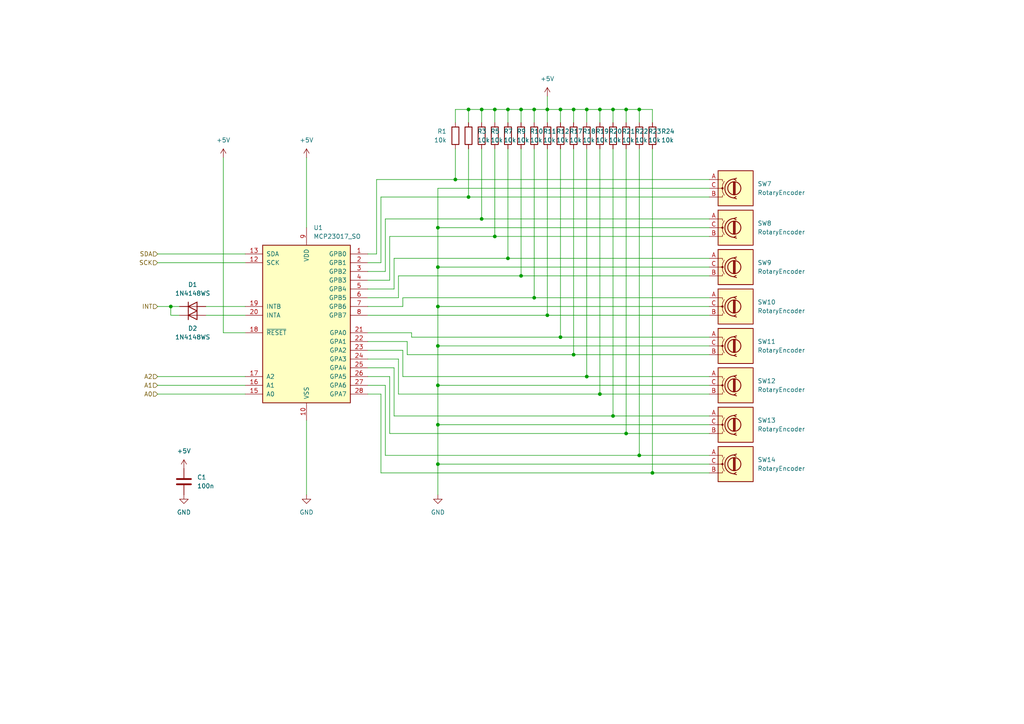
<source format=kicad_sch>
(kicad_sch (version 20230121) (generator eeschema)
  (paper "A4")
  (title_block (title "Polykit X8 Control Board") (date "2023-07-24") (rev "v0.0.1") (company "Jan Knipper") (comment 1 "github.com/polykit"))
  (lib_symbols
    (symbol "Device:C" (pin_numbers hide) (pin_names (offset 0.254))
      (property "Reference" "C" (at 0.635 2.54 0))
      (property "Value" "C" (at 0.635 -2.54 0))
      (symbol "C_0_1"
        (polyline (pts (xy -2.032 -0.762) (xy 2.032 -0.762)) (stroke (width 0.508)))
        (polyline (pts (xy -2.032 0.762) (xy 2.032 0.762)) (stroke (width 0.508)))
      )
      (symbol "C_1_1"
        (pin passive line (at 0 3.81 270) (length 2.794) (name "~") (number "1"))
        (pin passive line (at 0 -3.81 90) (length 2.794) (name "~") (number "2"))
      )
    )
    (symbol "Device:R" (pin_numbers hide) (pin_names (offset 0))
      (property "Reference" "R" (at 2.032 0 90))
      (property "Value" "R" (at 0 0 90))
      (symbol "R_0_1"
        (rectangle (start -1.016 -2.54) (end 1.016 2.54) (stroke (width 0.254)))
      )
      (symbol "R_1_1"
        (pin passive line (at 0 3.81 270) (length 1.27) (name "~") (number "1"))
        (pin passive line (at 0 -3.81 90) (length 1.27) (name "~") (number "2"))
      )
    )
    (symbol "Device:RotaryEncoder" (pin_names (offset 0.254) hide)
      (property "Reference" "SW" (at 0 6.604 0))
      (property "Value" "RotaryEncoder" (at 0 -6.604 0))
      (symbol "RotaryEncoder_0_1"
        (rectangle (start -5.08 5.08) (end 5.08 -5.08) (stroke (width 0.254)) (fill (type background)))
        (circle (center -3.81 0) (radius 0.254) (fill (type outline)))
        (circle (center -0.381 0) (radius 1.905) (stroke (width 0.254)))
        (arc (start -0.381 2.667) (mid -3.0988 -0.0635) (end -0.381 -2.794) (stroke (width 0.254)))
        (polyline (pts (xy -0.635 -1.778) (xy -0.635 1.778)) (stroke (width 0.254)))
        (polyline (pts (xy -0.381 -1.778) (xy -0.381 1.778)) (stroke (width 0.254)))
        (polyline (pts (xy -0.127 1.778) (xy -0.127 -1.778)) (stroke (width 0.254)))
        (polyline (pts (xy -5.08 -2.54) (xy -3.81 -2.54) (xy -3.81 -2.032)))
        (polyline (pts (xy -5.08 2.54) (xy -3.81 2.54) (xy -3.81 2.032)))
        (polyline (pts (xy 0.254 -3.048) (xy -0.508 -2.794) (xy 0.127 -2.413)) (stroke (width 0.254)))
        (polyline (pts (xy 0.254 2.921) (xy -0.508 2.667) (xy 0.127 2.286)) (stroke (width 0.254)))
        (polyline (pts (xy -5.08 0) (xy -3.81 0) (xy -3.81 -1.016) (xy -3.302 -2.032)))
        (polyline (pts (xy -4.318 0) (xy -3.81 0) (xy -3.81 1.016) (xy -3.302 2.032)))
      )
      (symbol "RotaryEncoder_1_1"
        (pin passive line (at -7.62 2.54 0) (length 2.54) (name "A") (number "A"))
        (pin passive line (at -7.62 -2.54 0) (length 2.54) (name "B") (number "B"))
        (pin passive line (at -7.62 0 0) (length 2.54) (name "C") (number "C"))
      )
    )
    (symbol "Diode:1N4148WS" (pin_numbers hide) (pin_names hide)
      (property "Reference" "D" (at 0 2.54 0))
      (property "Value" "1N4148WS" (at 0 -2.54 0))
      (symbol "1N4148WS_0_1"
        (polyline (pts (xy -1.27 1.27) (xy -1.27 -1.27)) (stroke (width 0.254)))
        (polyline (pts (xy 1.27 0) (xy -1.27 0)))
        (polyline (pts (xy 1.27 1.27) (xy 1.27 -1.27) (xy -1.27 0) (xy 1.27 1.27)) (stroke (width 0.254)))
      )
      (symbol "1N4148WS_1_1"
        (pin passive line (at -3.81 0 0) (length 2.54) (name "K") (number "1"))
        (pin passive line (at 3.81 0 180) (length 2.54) (name "A") (number "2"))
      )
    )
    (symbol "Interface_Expansion:MCP23017_SO" (pin_names (offset 1.016))
      (property "Reference" "U" (at -11.43 24.13 0))
      (property "Value" "MCP23017_SO" (at 0 0 0))
      (symbol "MCP23017_SO_0_1"
        (rectangle (start -12.7 22.86) (end 12.7 -22.86) (stroke (width 0.254)) (fill (type background)))
      )
      (symbol "MCP23017_SO_1_1"
        (pin bidirectional line (at 17.78 20.32 180) (length 5.08) (name "GPB0") (number "1"))
        (pin power_in line (at 0 -27.94 90) (length 5.08) (name "VSS") (number "10"))
        (pin no_connect line (at -12.7 15.24 0) (length 5.08) hide (name "NC") (number "11"))
        (pin input line (at -17.78 17.78 0) (length 5.08) (name "SCK") (number "12"))
        (pin bidirectional line (at -17.78 20.32 0) (length 5.08) (name "SDA") (number "13"))
        (pin no_connect line (at -12.7 12.7 0) (length 5.08) hide (name "NC") (number "14"))
        (pin input line (at -17.78 -20.32 0) (length 5.08) (name "A0") (number "15"))
        (pin input line (at -17.78 -17.78 0) (length 5.08) (name "A1") (number "16"))
        (pin input line (at -17.78 -15.24 0) (length 5.08) (name "A2") (number "17"))
        (pin input line (at -17.78 -2.54 0) (length 5.08) (name "~{RESET}") (number "18"))
        (pin tri_state line (at -17.78 5.08 0) (length 5.08) (name "INTB") (number "19"))
        (pin bidirectional line (at 17.78 17.78 180) (length 5.08) (name "GPB1") (number "2"))
        (pin tri_state line (at -17.78 2.54 0) (length 5.08) (name "INTA") (number "20"))
        (pin bidirectional line (at 17.78 -2.54 180) (length 5.08) (name "GPA0") (number "21"))
        (pin bidirectional line (at 17.78 -5.08 180) (length 5.08) (name "GPA1") (number "22"))
        (pin bidirectional line (at 17.78 -7.62 180) (length 5.08) (name "GPA2") (number "23"))
        (pin bidirectional line (at 17.78 -10.16 180) (length 5.08) (name "GPA3") (number "24"))
        (pin bidirectional line (at 17.78 -12.7 180) (length 5.08) (name "GPA4") (number "25"))
        (pin bidirectional line (at 17.78 -15.24 180) (length 5.08) (name "GPA5") (number "26"))
        (pin bidirectional line (at 17.78 -17.78 180) (length 5.08) (name "GPA6") (number "27"))
        (pin bidirectional line (at 17.78 -20.32 180) (length 5.08) (name "GPA7") (number "28"))
        (pin bidirectional line (at 17.78 15.24 180) (length 5.08) (name "GPB2") (number "3"))
        (pin bidirectional line (at 17.78 12.7 180) (length 5.08) (name "GPB3") (number "4"))
        (pin bidirectional line (at 17.78 10.16 180) (length 5.08) (name "GPB4") (number "5"))
        (pin bidirectional line (at 17.78 7.62 180) (length 5.08) (name "GPB5") (number "6"))
        (pin bidirectional line (at 17.78 5.08 180) (length 5.08) (name "GPB6") (number "7"))
        (pin bidirectional line (at 17.78 2.54 180) (length 5.08) (name "GPB7") (number "8"))
        (pin power_in line (at 0 27.94 270) (length 5.08) (name "VDD") (number "9"))
      )
    )
    (symbol "power:+5V" (power) (pin_names (offset 0))
      (property "Value" "+5V" (at 0 3.556 0))
      (symbol "+5V_0_1"
        (polyline (pts (xy -0.762 1.27) (xy 0 2.54)))
        (polyline (pts (xy 0 0) (xy 0 2.54)))
        (polyline (pts (xy 0 2.54) (xy 0.762 1.27)))
      )
      (symbol "+5V_1_1"
        (pin power_in line (at 0 0 90) (length 0) hide (name "+5V") (number "1"))
      )
    )
    (symbol "power:GND" (power) (pin_names (offset 0))
      (property "Value" "GND" (at 0 -3.81 0))
      (symbol "GND_0_1"
        (polyline (pts (xy 0 0) (xy 0 -1.27) (xy 1.27 -1.27) (xy 0 -2.54) (xy -1.27 -1.27) (xy 0 -1.27)))
      )
      (symbol "GND_1_1"
        (pin power_in line (at 0 0 270) (length 0) hide (name "GND") (number "1"))
      )
    )
  )
  (junction (at 177.8 31.75))
  (junction (at 173.99 114.3))
  (junction (at 127 66.04))
  (junction (at 154.94 31.75))
  (junction (at 127 111.76))
  (junction (at 185.42 132.08))
  (junction (at 166.37 31.75))
  (junction (at 135.89 57.15))
  (junction (at 143.51 68.58))
  (junction (at 139.7 63.5))
  (junction (at 151.13 31.75))
  (junction (at 162.56 97.79))
  (junction (at 181.61 125.73))
  (junction (at 185.42 31.75))
  (junction (at 132.08 52.07))
  (junction (at 162.56 31.75))
  (junction (at 158.75 31.75))
  (junction (at 158.75 91.44))
  (junction (at 127 134.62))
  (junction (at 127 77.47))
  (junction (at 127 100.33))
  (junction (at 170.18 109.22))
  (junction (at 151.13 80.01))
  (junction (at 166.37 102.87))
  (junction (at 170.18 31.75))
  (junction (at 147.32 74.93))
  (junction (at 143.51 31.75))
  (junction (at 173.99 31.75))
  (junction (at 181.61 31.75))
  (junction (at 154.94 86.36))
  (junction (at 127 88.9))
  (junction (at 49.53 88.9))
  (junction (at 139.7 31.75))
  (junction (at 177.8 120.65))
  (junction (at 127 123.19))
  (junction (at 189.23 137.16))
  (junction (at 135.89 31.75))
  (junction (at 147.32 31.75))
  (wire (pts (xy 177.8 31.75) (xy 177.8 35.56)))
  (wire (pts (xy 132.08 52.07) (xy 109.22 52.07)))
  (wire (pts (xy 118.11 99.06) (xy 106.68 99.06)))
  (wire (pts (xy 135.89 31.75) (xy 135.89 35.56)))
  (wire (pts (xy 119.38 96.52) (xy 106.68 96.52)))
  (wire (pts (xy 127 66.04) (xy 127 77.47)))
  (wire (pts (xy 127 111.76) (xy 127 123.19)))
  (wire (pts (xy 45.72 73.66) (xy 71.12 73.66)))
  (wire (pts (xy 189.23 43.18) (xy 189.23 137.16)))
  (wire (pts (xy 154.94 86.36) (xy 116.84 86.36)))
  (wire (pts (xy 185.42 31.75) (xy 185.42 35.56)))
  (wire (pts (xy 119.38 97.79) (xy 162.56 97.79)))
  (wire (pts (xy 127 88.9) (xy 205.74 88.9)))
  (wire (pts (xy 147.32 74.93) (xy 114.3 74.93)))
  (wire (pts (xy 127 123.19) (xy 127 134.62)))
  (wire (pts (xy 64.77 96.52) (xy 64.77 45.72)))
  (wire (pts (xy 111.76 78.74) (xy 106.68 78.74)))
  (wire (pts (xy 115.57 114.3) (xy 115.57 104.14)))
  (wire (pts (xy 173.99 31.75) (xy 173.99 35.56)))
  (wire (pts (xy 162.56 31.75) (xy 162.56 35.56)))
  (wire (pts (xy 185.42 43.18) (xy 185.42 132.08)))
  (wire (pts (xy 114.3 83.82) (xy 106.68 83.82)))
  (wire (pts (xy 189.23 31.75) (xy 189.23 35.56)))
  (wire (pts (xy 170.18 31.75) (xy 173.99 31.75)))
  (wire (pts (xy 205.74 132.08) (xy 185.42 132.08)))
  (wire (pts (xy 127 77.47) (xy 127 88.9)))
  (wire (pts (xy 116.84 109.22) (xy 116.84 101.6)))
  (wire (pts (xy 147.32 31.75) (xy 147.32 35.56)))
  (wire (pts (xy 139.7 31.75) (xy 139.7 35.56)))
  (wire (pts (xy 113.03 68.58) (xy 113.03 81.28)))
  (wire (pts (xy 45.72 76.2) (xy 71.12 76.2)))
  (wire (pts (xy 205.74 80.01) (xy 151.13 80.01)))
  (wire (pts (xy 166.37 31.75) (xy 166.37 35.56)))
  (wire (pts (xy 177.8 43.18) (xy 177.8 120.65)))
  (wire (pts (xy 116.84 88.9) (xy 106.68 88.9)))
  (wire (pts (xy 205.74 74.93) (xy 147.32 74.93)))
  (wire (pts (xy 127 134.62) (xy 205.74 134.62)))
  (wire (pts (xy 111.76 132.08) (xy 111.76 111.76)))
  (wire (pts (xy 205.74 68.58) (xy 143.51 68.58)))
  (wire (pts (xy 113.03 125.73) (xy 113.03 109.22)))
  (wire (pts (xy 151.13 43.18) (xy 151.13 80.01)))
  (wire (pts (xy 205.74 52.07) (xy 132.08 52.07)))
  (wire (pts (xy 151.13 80.01) (xy 115.57 80.01)))
  (wire (pts (xy 109.22 52.07) (xy 109.22 73.66)))
  (wire (pts (xy 143.51 31.75) (xy 143.51 35.56)))
  (wire (pts (xy 181.61 125.73) (xy 113.03 125.73)))
  (wire (pts (xy 143.51 68.58) (xy 113.03 68.58)))
  (wire (pts (xy 158.75 31.75) (xy 162.56 31.75)))
  (wire (pts (xy 59.69 88.9) (xy 71.12 88.9)))
  (wire (pts (xy 173.99 31.75) (xy 177.8 31.75)))
  (wire (pts (xy 135.89 31.75) (xy 139.7 31.75)))
  (wire (pts (xy 110.49 137.16) (xy 110.49 114.3)))
  (wire (pts (xy 154.94 31.75) (xy 158.75 31.75)))
  (wire (pts (xy 127 54.61) (xy 127 66.04)))
  (wire (pts (xy 154.94 43.18) (xy 154.94 86.36)))
  (wire (pts (xy 205.74 54.61) (xy 127 54.61)))
  (wire (pts (xy 119.38 97.79) (xy 119.38 96.52)))
  (wire (pts (xy 205.74 137.16) (xy 189.23 137.16)))
  (wire (pts (xy 185.42 31.75) (xy 189.23 31.75)))
  (wire (pts (xy 88.9 45.72) (xy 88.9 66.04)))
  (wire (pts (xy 111.76 63.5) (xy 111.76 78.74)))
  (wire (pts (xy 185.42 132.08) (xy 111.76 132.08)))
  (wire (pts (xy 127 66.04) (xy 205.74 66.04)))
  (wire (pts (xy 151.13 31.75) (xy 154.94 31.75)))
  (wire (pts (xy 52.07 88.9) (xy 49.53 88.9)))
  (wire (pts (xy 113.03 81.28) (xy 106.68 81.28)))
  (wire (pts (xy 115.57 86.36) (xy 106.68 86.36)))
  (wire (pts (xy 205.74 63.5) (xy 139.7 63.5)))
  (wire (pts (xy 127 88.9) (xy 127 100.33)))
  (wire (pts (xy 166.37 43.18) (xy 166.37 102.87)))
  (wire (pts (xy 118.11 102.87) (xy 118.11 99.06)))
  (wire (pts (xy 162.56 97.79) (xy 205.74 97.79)))
  (wire (pts (xy 132.08 35.56) (xy 132.08 31.75)))
  (wire (pts (xy 115.57 104.14) (xy 106.68 104.14)))
  (wire (pts (xy 116.84 101.6) (xy 106.68 101.6)))
  (wire (pts (xy 139.7 63.5) (xy 111.76 63.5)))
  (wire (pts (xy 151.13 31.75) (xy 151.13 35.56)))
  (wire (pts (xy 135.89 57.15) (xy 110.49 57.15)))
  (wire (pts (xy 166.37 31.75) (xy 170.18 31.75)))
  (wire (pts (xy 177.8 31.75) (xy 181.61 31.75)))
  (wire (pts (xy 147.32 43.18) (xy 147.32 74.93)))
  (wire (pts (xy 127 134.62) (xy 127 143.51)))
  (wire (pts (xy 181.61 43.18) (xy 181.61 125.73)))
  (wire (pts (xy 205.74 102.87) (xy 166.37 102.87)))
  (wire (pts (xy 49.53 88.9) (xy 45.72 88.9)))
  (wire (pts (xy 114.3 106.68) (xy 106.68 106.68)))
  (wire (pts (xy 109.22 73.66) (xy 106.68 73.66)))
  (wire (pts (xy 49.53 91.44) (xy 49.53 88.9)))
  (wire (pts (xy 59.69 91.44) (xy 71.12 91.44)))
  (wire (pts (xy 205.74 125.73) (xy 181.61 125.73)))
  (wire (pts (xy 154.94 31.75) (xy 154.94 35.56)))
  (wire (pts (xy 113.03 109.22) (xy 106.68 109.22)))
  (wire (pts (xy 173.99 43.18) (xy 173.99 114.3)))
  (wire (pts (xy 132.08 31.75) (xy 135.89 31.75)))
  (wire (pts (xy 205.74 120.65) (xy 177.8 120.65)))
  (wire (pts (xy 162.56 43.18) (xy 162.56 97.79)))
  (wire (pts (xy 158.75 43.18) (xy 158.75 91.44)))
  (wire (pts (xy 189.23 137.16) (xy 110.49 137.16)))
  (wire (pts (xy 162.56 31.75) (xy 166.37 31.75)))
  (wire (pts (xy 205.74 86.36) (xy 154.94 86.36)))
  (wire (pts (xy 205.74 109.22) (xy 170.18 109.22)))
  (wire (pts (xy 143.51 43.18) (xy 143.51 68.58)))
  (wire (pts (xy 115.57 80.01) (xy 115.57 86.36)))
  (wire (pts (xy 106.68 91.44) (xy 158.75 91.44)))
  (wire (pts (xy 205.74 114.3) (xy 173.99 114.3)))
  (wire (pts (xy 45.72 114.3) (xy 71.12 114.3)))
  (wire (pts (xy 132.08 43.18) (xy 132.08 52.07)))
  (wire (pts (xy 143.51 31.75) (xy 147.32 31.75)))
  (wire (pts (xy 173.99 114.3) (xy 115.57 114.3)))
  (wire (pts (xy 110.49 57.15) (xy 110.49 76.2)))
  (wire (pts (xy 71.12 96.52) (xy 64.77 96.52)))
  (wire (pts (xy 52.07 91.44) (xy 49.53 91.44)))
  (wire (pts (xy 88.9 121.92) (xy 88.9 143.51)))
  (wire (pts (xy 127 111.76) (xy 205.74 111.76)))
  (wire (pts (xy 147.32 31.75) (xy 151.13 31.75)))
  (wire (pts (xy 135.89 43.18) (xy 135.89 57.15)))
  (wire (pts (xy 139.7 43.18) (xy 139.7 63.5)))
  (wire (pts (xy 181.61 31.75) (xy 185.42 31.75)))
  (wire (pts (xy 110.49 114.3) (xy 106.68 114.3)))
  (wire (pts (xy 158.75 91.44) (xy 205.74 91.44)))
  (wire (pts (xy 166.37 102.87) (xy 118.11 102.87)))
  (wire (pts (xy 177.8 120.65) (xy 114.3 120.65)))
  (wire (pts (xy 139.7 31.75) (xy 143.51 31.75)))
  (wire (pts (xy 158.75 31.75) (xy 158.75 27.94)))
  (wire (pts (xy 170.18 109.22) (xy 116.84 109.22)))
  (wire (pts (xy 116.84 86.36) (xy 116.84 88.9)))
  (wire (pts (xy 114.3 120.65) (xy 114.3 106.68)))
  (wire (pts (xy 127 123.19) (xy 205.74 123.19)))
  (wire (pts (xy 170.18 43.18) (xy 170.18 109.22)))
  (wire (pts (xy 158.75 31.75) (xy 158.75 35.56)))
  (wire (pts (xy 127 77.47) (xy 205.74 77.47)))
  (wire (pts (xy 45.72 111.76) (xy 71.12 111.76)))
  (wire (pts (xy 45.72 109.22) (xy 71.12 109.22)))
  (wire (pts (xy 170.18 31.75) (xy 170.18 35.56)))
  (wire (pts (xy 127 100.33) (xy 205.74 100.33)))
  (wire (pts (xy 127 100.33) (xy 127 111.76)))
  (wire (pts (xy 110.49 76.2) (xy 106.68 76.2)))
  (wire (pts (xy 181.61 31.75) (xy 181.61 35.56)))
  (wire (pts (xy 111.76 111.76) (xy 106.68 111.76)))
  (wire (pts (xy 114.3 74.93) (xy 114.3 83.82)))
  (wire (pts (xy 205.74 57.15) (xy 135.89 57.15)))
  (hierarchical_label "A2" (shape input) (at 45.72 109.22 180))
  (hierarchical_label "A0" (shape input) (at 45.72 114.3 180))
  (hierarchical_label "SDA" (shape input) (at 45.72 73.66 180))
  (hierarchical_label "INT" (shape input) (at 45.72 88.9 180))
  (hierarchical_label "A1" (shape input) (at 45.72 111.76 180))
  (hierarchical_label "SCK" (shape input) (at 45.72 76.2 180))
  (symbol (lib_id "Device:R") (at 135.89 39.37 0) (unit 1)
    (property "Reference" "R3" (at 138.43 38.1 0) (effects (justify left)))
    (property "Value" "10k" (at 138.43 40.64 0) (effects (justify left)))
    (property "Footprint" "Resistor_SMD:R_1206_3216Metric_Pad1.30x1.75mm_HandSolder" (effects hide))
    (instances (project "polykit-x-controlboard" (path "" (reference "R3") (unit 1)) (path "" (reference "R4") (unit 1))))
  )
  (symbol (lib_id "Device:C") (at 53.34 139.7 0) (unit 1)
    (property "Reference" "C1" (at 57.15 138.4299 0) (effects (justify left)))
    (property "Value" "100n" (at 57.15 140.9699 0) (effects (justify left)))
    (property "Footprint" "Capacitor_SMD:C_1206_3216Metric" (effects hide))
    (instances (project "polykit-x-controlboard" (path "" (reference "C1") (unit 1)) (path "" (reference "C2") (unit 1))))
  )
  (symbol (lib_id "power:GND") (at 88.9 143.51 0) (unit 1)
    (property "Reference" "#PWR0118" (effects hide))
    (property "Value" "GND" (at 88.9 148.59 0))
    (instances (project "polykit-x-controlboard" (path "" (reference "#PWR0118") (unit 1)) (path "" (reference "#PWR0124") (unit 1))))
  )
  (symbol (lib_id "Diode:1N4148WS") (at 55.88 91.44 0) (unit 1)
    (property "Reference" "D2" (at 55.88 95.25 0))
    (property "Value" "1N4148WS" (at 55.88 97.79 0))
    (property "Footprint" "Diode_SMD:D_SOD-323" (effects hide))
    (property "Datasheet" "https://www.vishay.com/docs/85751/1n4148ws.pdf" (effects hide))
    (instances (project "polykit-x-controlboard" (path "" (reference "D2") (unit 1)) (path "" (reference "D4") (unit 1))))
  )
  (symbol (lib_id "Device:RotaryEncoder") (at 213.36 66.04 0) (unit 1)
    (property "Reference" "SW8" (at 219.71 64.7699 0) (effects (justify left)))
    (property "Value" "RotaryEncoder" (at 219.71 67.3099 0) (effects (justify left)))
    (property "Footprint" "Rotary_Encoder:RotaryEncoder_Bourns_Vertical_PEC12R-3xxxF-Nxxxx" (effects hide))
    (property "Comment" "without switch" (effects hide))
    (instances (project "polykit-x-controlboard" (path "" (reference "SW8") (unit 1)) (path "" (reference "SW16") (unit 1))))
  )
  (symbol (lib_id "power:+5V") (at 88.9 45.72 0) (unit 1)
    (property "Reference" "#PWR0114" (effects hide))
    (property "Value" "+5V" (at 88.9 40.64 0))
    (instances (project "polykit-x-controlboard" (path "" (reference "#PWR0114") (unit 1)) (path "" (reference "#PWR0120") (unit 1))))
  )
  (symbol (lib_id "Device:R") (at 147.32 39.37 0) (unit 1)
    (property "Reference" "R9" (at 149.86 38.1 0) (effects (justify left)))
    (property "Value" "10k" (at 149.86 40.64 0) (effects (justify left)))
    (property "Footprint" "Resistor_SMD:R_1206_3216Metric_Pad1.30x1.75mm_HandSolder" (effects hide))
    (instances (project "polykit-x-controlboard" (path "" (reference "R9") (unit 1)) (path "" (reference "R13") (unit 1))))
  )
  (symbol (lib_id "Device:R") (at 185.42 39.37 0) (unit 1)
    (property "Reference" "R23" (at 187.96 38.1 0) (effects (justify left)))
    (property "Value" "10k" (at 187.96 40.64 0) (effects (justify left)))
    (property "Footprint" "Resistor_SMD:R_1206_3216Metric_Pad1.30x1.75mm_HandSolder" (effects hide))
    (instances (project "polykit-x-controlboard" (path "" (reference "R23") (unit 1)) (path "" (reference "R31") (unit 1))))
  )
  (symbol (lib_id "Device:R") (at 173.99 39.37 0) (unit 1)
    (property "Reference" "R20" (at 176.53 38.1 0) (effects (justify left)))
    (property "Value" "10k" (at 176.53 40.64 0) (effects (justify left)))
    (property "Footprint" "Resistor_SMD:R_1206_3216Metric_Pad1.30x1.75mm_HandSolder" (effects hide))
    (instances (project "polykit-x-controlboard" (path "" (reference "R20") (unit 1)) (path "" (reference "R28") (unit 1))))
  )
  (symbol (lib_id "power:GND") (at 127 143.51 0) (unit 1)
    (property "Reference" "#PWR0115" (effects hide))
    (property "Value" "GND" (at 127 148.59 0))
    (instances (project "polykit-x-controlboard" (path "" (reference "#PWR0115") (unit 1)) (path "" (reference "#PWR0121") (unit 1))))
  )
  (symbol (lib_id "Device:R") (at 158.75 39.37 0) (unit 1)
    (property "Reference" "R12" (at 161.29 38.1 0) (effects (justify left)))
    (property "Value" "10k" (at 161.29 40.64 0) (effects (justify left)))
    (property "Footprint" "Resistor_SMD:R_1206_3216Metric_Pad1.30x1.75mm_HandSolder" (effects hide))
    (instances (project "polykit-x-controlboard" (path "" (reference "R12") (unit 1)) (path "" (reference "R16") (unit 1))))
  )
  (symbol (lib_id "power:+5V") (at 158.75 27.94 0) (unit 1)
    (property "Reference" "#PWR01" (effects hide))
    (property "Value" "+5V" (at 158.75 22.86 0))
    (instances (project "polykit-x-controlboard" (path "" (reference "#PWR01") (unit 1)) (path "" (reference "#PWR02") (unit 1))))
  )
  (symbol (lib_id "Interface_Expansion:MCP23017_SO") (at 88.9 93.98 0) (unit 1)
    (property "Reference" "U1" (at 90.9194 66.04 0) (effects (justify left)))
    (property "Value" "MCP23017_SO" (at 90.9194 68.58 0) (effects (justify left)))
    (property "Footprint" "Package_SO:SOIC-28W_7.5x17.9mm_P1.27mm" (effects hide))
    (property "Datasheet" "http://ww1.microchip.com/downloads/en/DeviceDoc/20001952C.pdf" (effects hide))
    (instances (project "polykit-x-controlboard" (path "" (reference "U1") (unit 1)) (path "" (reference "U2") (unit 1))))
  )
  (symbol (lib_id "Device:R") (at 132.08 39.37 0) (unit 1)
    (property "Reference" "R1" (at 129.54 38.1 0) (effects (justify right)))
    (property "Value" "10k" (at 129.54 40.64 0) (effects (justify right)))
    (property "Footprint" "Resistor_SMD:R_1206_3216Metric_Pad1.30x1.75mm_HandSolder" (effects hide))
    (instances (project "polykit-x-controlboard" (path "" (reference "R1") (unit 1)) (path "" (reference "R2") (unit 1))))
  )
  (symbol (lib_id "Device:RotaryEncoder") (at 213.36 54.61 0) (unit 1)
    (property "Reference" "SW7" (at 219.71 53.3399 0) (effects (justify left)))
    (property "Value" "RotaryEncoder" (at 219.71 55.8799 0) (effects (justify left)))
    (property "Footprint" "Rotary_Encoder:RotaryEncoder_Bourns_Vertical_PEC12R-3xxxF-Nxxxx" (effects hide))
    (property "Comment" "without switch" (effects hide))
    (instances (project "polykit-x-controlboard" (path "" (reference "SW7") (unit 1)) (path "" (reference "SW15") (unit 1))))
  )
  (symbol (lib_id "power:GND") (at 53.34 143.51 0) (unit 1)
    (property "Reference" "#PWR0116" (effects hide))
    (property "Value" "GND" (at 53.34 148.59 0))
    (instances (project "polykit-x-controlboard" (path "" (reference "#PWR0116") (unit 1)) (path "" (reference "#PWR0122") (unit 1))))
  )
  (symbol (lib_id "Device:R") (at 170.18 39.37 0) (unit 1)
    (property "Reference" "R19" (at 172.72 38.1 0) (effects (justify left)))
    (property "Value" "10k" (at 172.72 40.64 0) (effects (justify left)))
    (property "Footprint" "Resistor_SMD:R_1206_3216Metric_Pad1.30x1.75mm_HandSolder" (effects hide))
    (instances (project "polykit-x-controlboard" (path "" (reference "R19") (unit 1)) (path "" (reference "R27") (unit 1))))
  )
  (symbol (lib_id "Device:R") (at 189.23 39.37 0) (unit 1)
    (property "Reference" "R24" (at 191.77 38.1 0) (effects (justify left)))
    (property "Value" "10k" (at 191.77 40.64 0) (effects (justify left)))
    (property "Footprint" "Resistor_SMD:R_1206_3216Metric_Pad1.30x1.75mm_HandSolder" (effects hide))
    (instances (project "polykit-x-controlboard" (path "" (reference "R24") (unit 1)) (path "" (reference "R32") (unit 1))))
  )
  (symbol (lib_id "Device:R") (at 177.8 39.37 0) (unit 1)
    (property "Reference" "R21" (at 180.34 38.1 0) (effects (justify left)))
    (property "Value" "10k" (at 180.34 40.64 0) (effects (justify left)))
    (property "Footprint" "Resistor_SMD:R_1206_3216Metric_Pad1.30x1.75mm_HandSolder" (effects hide))
    (instances (project "polykit-x-controlboard" (path "" (reference "R21") (unit 1)) (path "" (reference "R29") (unit 1))))
  )
  (symbol (lib_id "Device:R") (at 139.7 39.37 0) (unit 1)
    (property "Reference" "R5" (at 142.24 38.1 0) (effects (justify left)))
    (property "Value" "10k" (at 142.24 40.64 0) (effects (justify left)))
    (property "Footprint" "Resistor_SMD:R_1206_3216Metric_Pad1.30x1.75mm_HandSolder" (effects hide))
    (instances (project "polykit-x-controlboard" (path "" (reference "R5") (unit 1)) (path "" (reference "R6") (unit 1))))
  )
  (symbol (lib_id "Device:RotaryEncoder") (at 213.36 134.62 0) (unit 1)
    (property "Reference" "SW14" (at 219.71 133.3499 0) (effects (justify left)))
    (property "Value" "RotaryEncoder" (at 219.71 135.8899 0) (effects (justify left)))
    (property "Footprint" "Rotary_Encoder:RotaryEncoder_Bourns_Vertical_PEC12R-3xxxF-Nxxxx" (effects hide))
    (property "Comment" "without switch" (effects hide))
    (instances (project "polykit-x-controlboard" (path "" (reference "SW14") (unit 1)) (path "" (reference "SW22") (unit 1))))
  )
  (symbol (lib_id "Diode:1N4148WS") (at 55.88 88.9 0) (unit 1)
    (property "Reference" "D1" (at 55.88 82.55 0))
    (property "Value" "1N4148WS" (at 55.88 85.09 0))
    (property "Footprint" "Diode_SMD:D_SOD-323" (effects hide))
    (property "Datasheet" "https://www.vishay.com/docs/85751/1n4148ws.pdf" (effects hide))
    (instances (project "polykit-x-controlboard" (path "" (reference "D1") (unit 1)) (path "" (reference "D3") (unit 1))))
  )
  (symbol (lib_id "Device:R") (at 154.94 39.37 0) (unit 1)
    (property "Reference" "R11" (at 157.48 38.1 0) (effects (justify left)))
    (property "Value" "10k" (at 157.48 40.64 0) (effects (justify left)))
    (property "Footprint" "Resistor_SMD:R_1206_3216Metric_Pad1.30x1.75mm_HandSolder" (effects hide))
    (instances (project "polykit-x-controlboard" (path "" (reference "R11") (unit 1)) (path "" (reference "R15") (unit 1))))
  )
  (symbol (lib_id "Device:RotaryEncoder") (at 213.36 77.47 0) (unit 1)
    (property "Reference" "SW9" (at 219.71 76.1999 0) (effects (justify left)))
    (property "Value" "RotaryEncoder" (at 219.71 78.7399 0) (effects (justify left)))
    (property "Footprint" "Rotary_Encoder:RotaryEncoder_Bourns_Vertical_PEC12R-3xxxF-Nxxxx" (effects hide))
    (property "Comment" "without switch" (effects hide))
    (instances (project "polykit-x-controlboard" (path "" (reference "SW9") (unit 1)) (path "" (reference "SW17") (unit 1))))
  )
  (symbol (lib_id "Device:RotaryEncoder") (at 213.36 111.76 0) (unit 1)
    (property "Reference" "SW12" (at 219.71 110.4899 0) (effects (justify left)))
    (property "Value" "RotaryEncoder" (at 219.71 113.0299 0) (effects (justify left)))
    (property "Footprint" "Rotary_Encoder:RotaryEncoder_Bourns_Vertical_PEC12R-3xxxF-Nxxxx" (effects hide))
    (property "Comment" "without switch" (effects hide))
    (instances (project "polykit-x-controlboard" (path "" (reference "SW12") (unit 1)) (path "" (reference "SW20") (unit 1))))
  )
  (symbol (lib_id "Device:RotaryEncoder") (at 213.36 100.33 0) (unit 1)
    (property "Reference" "SW11" (at 219.71 99.0599 0) (effects (justify left)))
    (property "Value" "RotaryEncoder" (at 219.71 101.5999 0) (effects (justify left)))
    (property "Footprint" "Rotary_Encoder:RotaryEncoder_Bourns_Vertical_PEC12R-3xxxF-Nxxxx" (effects hide))
    (property "Comment" "without switch" (effects hide))
    (instances (project "polykit-x-controlboard" (path "" (reference "SW11") (unit 1)) (path "" (reference "SW19") (unit 1))))
  )
  (symbol (lib_id "Device:R") (at 151.13 39.37 0) (unit 1)
    (property "Reference" "R10" (at 153.67 38.1 0) (effects (justify left)))
    (property "Value" "10k" (at 153.67 40.64 0) (effects (justify left)))
    (property "Footprint" "Resistor_SMD:R_1206_3216Metric_Pad1.30x1.75mm_HandSolder" (effects hide))
    (instances (project "polykit-x-controlboard" (path "" (reference "R10") (unit 1)) (path "" (reference "R14") (unit 1))))
  )
  (symbol (lib_id "Device:R") (at 181.61 39.37 0) (unit 1)
    (property "Reference" "R22" (at 184.15 38.1 0) (effects (justify left)))
    (property "Value" "10k" (at 184.15 40.64 0) (effects (justify left)))
    (property "Footprint" "Resistor_SMD:R_1206_3216Metric_Pad1.30x1.75mm_HandSolder" (effects hide))
    (instances (project "polykit-x-controlboard" (path "" (reference "R22") (unit 1)) (path "" (reference "R30") (unit 1))))
  )
  (symbol (lib_id "power:+5V") (at 53.34 135.89 0) (unit 1)
    (property "Reference" "#PWR0117" (effects hide))
    (property "Value" "+5V" (at 53.34 130.81 0))
    (instances (project "polykit-x-controlboard" (path "" (reference "#PWR0117") (unit 1)) (path "" (reference "#PWR0123") (unit 1))))
  )
  (symbol (lib_id "Device:R") (at 166.37 39.37 0) (unit 1)
    (property "Reference" "R18" (at 168.91 38.1 0) (effects (justify left)))
    (property "Value" "10k" (at 168.91 40.64 0) (effects (justify left)))
    (property "Footprint" "Resistor_SMD:R_1206_3216Metric_Pad1.30x1.75mm_HandSolder" (effects hide))
    (instances (project "polykit-x-controlboard" (path "" (reference "R18") (unit 1)) (path "" (reference "R26") (unit 1))))
  )
  (symbol (lib_id "Device:R") (at 143.51 39.37 0) (unit 1)
    (property "Reference" "R7" (at 146.05 38.1 0) (effects (justify left)))
    (property "Value" "10k" (at 146.05 40.64 0) (effects (justify left)))
    (property "Footprint" "Resistor_SMD:R_1206_3216Metric_Pad1.30x1.75mm_HandSolder" (effects hide))
    (instances (project "polykit-x-controlboard" (path "" (reference "R7") (unit 1)) (path "" (reference "R8") (unit 1))))
  )
  (symbol (lib_id "Device:RotaryEncoder") (at 213.36 123.19 0) (unit 1)
    (property "Reference" "SW13" (at 219.71 121.9199 0) (effects (justify left)))
    (property "Value" "RotaryEncoder" (at 219.71 124.4599 0) (effects (justify left)))
    (property "Footprint" "Rotary_Encoder:RotaryEncoder_Bourns_Vertical_PEC12R-3xxxF-Nxxxx" (effects hide))
    (property "Comment" "without switch" (effects hide))
    (instances (project "polykit-x-controlboard" (path "" (reference "SW13") (unit 1)) (path "" (reference "SW21") (unit 1))))
  )
  (symbol (lib_id "Device:RotaryEncoder") (at 213.36 88.9 0) (unit 1)
    (property "Reference" "SW10" (at 219.71 87.6299 0) (effects (justify left)))
    (property "Value" "RotaryEncoder" (at 219.71 90.1699 0) (effects (justify left)))
    (property "Footprint" "Rotary_Encoder:RotaryEncoder_Bourns_Vertical_PEC12R-3xxxF-Nxxxx" (effects hide))
    (property "Comment" "without switch" (effects hide))
    (instances (project "polykit-x-controlboard" (path "" (reference "SW10") (unit 1)) (path "" (reference "SW18") (unit 1))))
  )
  (symbol (lib_id "power:+5V") (at 64.77 45.72 0) (unit 1)
    (property "Reference" "#PWR0113" (effects hide))
    (property "Value" "+5V" (at 64.77 40.64 0))
    (instances (project "polykit-x-controlboard" (path "" (reference "#PWR0113") (unit 1)) (path "" (reference "#PWR0119") (unit 1))))
  )
  (symbol (lib_id "Device:R") (at 162.56 39.37 0) (unit 1)
    (property "Reference" "R17" (at 165.1 38.1 0) (effects (justify left)))
    (property "Value" "10k" (at 165.1 40.64 0) (effects (justify left)))
    (property "Footprint" "Resistor_SMD:R_1206_3216Metric_Pad1.30x1.75mm_HandSolder" (effects hide))
    (instances (project "polykit-x-controlboard" (path "" (reference "R17") (unit 1)) (path "" (reference "R25") (unit 1))))
  )
)
</source>
